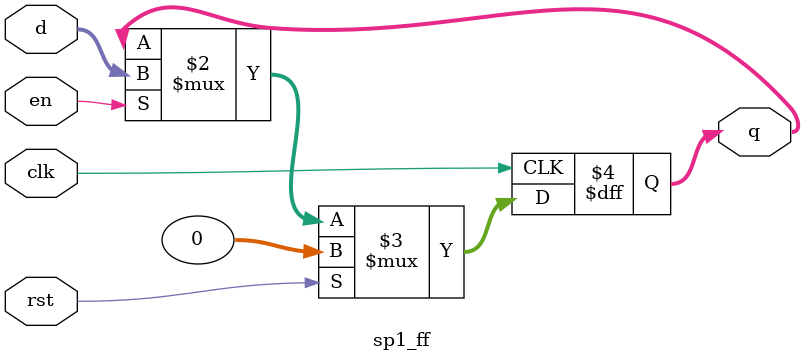
<source format=v>


`include "sp1_common.h"

module sp1_ff(
  rst,
  clk,
  en,
  d,
  q
);

  parameter DW = 32;

  input             rst;
  input             clk;
  input             en;
  input   [DW-1:0]  d;
  output  [DW-1:0]  q;

  reg     [DW-1:0]  q;

  always @(posedge clk) begin
    q <= rst ? {DW{1'b0}} : (en ? d : q);
  end

endmodule

</source>
